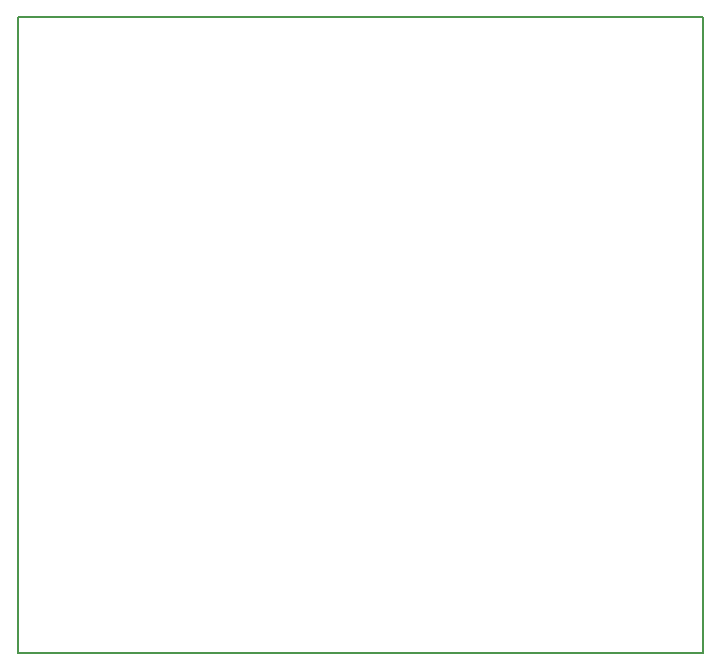
<source format=gbr>
G04 DipTrace 3.2.0.1*
G04 BoardOutline.gbr*
%MOIN*%
G04 #@! TF.FileFunction,Profile*
G04 #@! TF.Part,Single*
%ADD11C,0.005512*%
%FSLAX26Y26*%
G04*
G70*
G90*
G75*
G01*
G04 BoardOutline*
%LPD*%
X393701Y393701D2*
D11*
Y2515748D1*
X2677165D1*
Y393701D1*
X393701D1*
M02*

</source>
